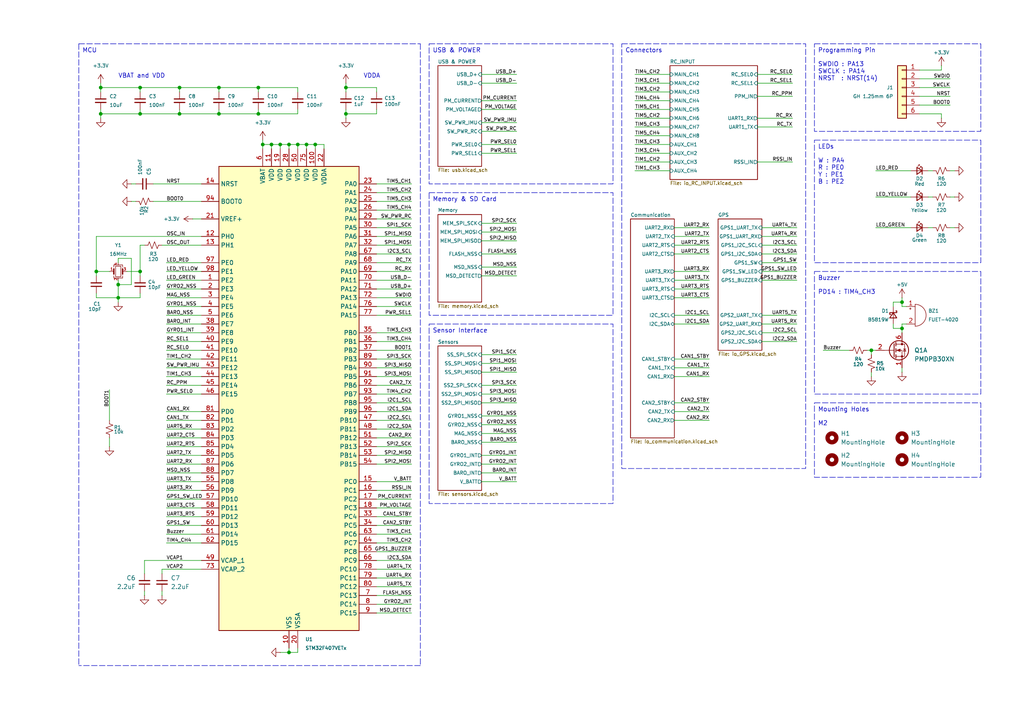
<source format=kicad_sch>
(kicad_sch (version 20250114) (generator "eeschema") (generator_version "9.0")
  (paper "A4")
  (title_block (title "STM32 Flight Controller") (date "2025-04-13") (rev "A") (company "NARAE") (comment 1 "INHA Univ. Areo-modelling Club") (comment 2 "2024 Winter UAV Project ") (comment 3 "Reversion 2"))
  (rectangle (start 124.46 93.98) (end 177.8 146.05) (stroke (width 0) (type dash)))
  (rectangle (start 180.34 12.7) (end 233.68 135.89) (stroke (width 0) (type dash)))
  (rectangle (start 124.46 55.88) (end 177.8 91.44) (stroke (width 0) (type dash)))
  (rectangle (start 236.22 12.7) (end 284.48 38.1) (stroke (width 0) (type dash)))
  (rectangle (start 236.22 116.84) (end 284.48 138.43) (stroke (width 0) (type dash)))
  (rectangle (start 236.22 40.64) (end 284.48 76.2) (stroke (width 0) (type dash)))
  (rectangle (start 236.22 78.74) (end 284.48 114.3) (stroke (width 0) (type dash)))
  (rectangle (start 124.46 12.7) (end 177.8 53.34) (stroke (width 0) (type dash)))
  (text "Connectors" (at 181.356 15.494 0) (effects (font (size 1.27 1.27)) (justify left bottom)))
  (text "PD14 : TIM4_CH3" (at 237.236 84.074 0) (effects (font (size 1.27 1.27)) (justify left top)))
  (text "MCU" (at 23.876 15.494 0) (effects (font (size 1.27 1.27)) (justify left bottom)))
  (text "VDDA" (at 105.41 22.86 0) (effects (font (size 1.27 1.27)) (justify left bottom)))
  (text "Buzzer" (at 237.236 81.534 0) (effects (font (size 1.27 1.27)) (justify left bottom)))
  (text "Sensor Interface" (at 125.476 96.774 0) (effects (font (size 1.27 1.27)) (justify left bottom)))
  (text "M2" (at 237.236 122.174 0) (effects (font (size 1.27 1.27)) (justify left top)))
  (text "LEDs" (at 237.236 43.434 0) (effects (font (size 1.27 1.27)) (justify left bottom)))
  (text "Programming Pin" (at 237.236 15.494 0) (effects (font (size 1.27 1.27)) (justify left bottom)))
  (text "Memory & SD Card" (at 125.476 58.674 0) (effects (font (size 1.27 1.27)) (justify left bottom)))
  (text "USB & POWER" (at 125.476 15.494 0) (effects (font (size 1.27 1.27)) (justify left bottom)))
  (text "W : PA4\nR : PE0\nY : PE1\nB : PE2" (at 237.236 45.974 0) (effects (font (size 1.27 1.27)) (justify left top)))
  (text "SWDIO : PA13\nSWCLK : PA14\nNRST  : NRST(14)" (at 237.236 18.034 0) (effects (font (size 1.27 1.27)) (justify left top)))
  (text "VBAT and VDD" (at 34.29 22.86 0) (effects (font (size 1.27 1.27)) (justify left bottom)))
  (text "Mounting Holes" (at 237.236 119.634 0) (effects (font (size 1.27 1.27)) (justify left bottom)))
  (junction (at 83.82 41.91))
  (junction (at 34.29 86.36))
  (junction (at 86.36 41.91))
  (junction (at 63.5 33.02))
  (junction (at 29.21 25.4))
  (junction (at 52.07 25.4))
  (junction (at 63.5 25.4))
  (junction (at 88.9 41.91))
  (junction (at 40.64 78.74))
  (junction (at 261.62 95.25))
  (junction (at 27.94 78.74))
  (junction (at 83.82 189.23))
  (junction (at 81.28 41.91))
  (junction (at 78.74 41.91))
  (junction (at 100.33 25.4))
  (junction (at 261.62 87.63))
  (junction (at 74.93 25.4))
  (junction (at 40.64 33.02))
  (junction (at 34.29 82.55))
  (junction (at 76.2 41.91))
  (junction (at 29.21 33.02))
  (junction (at 74.93 33.02))
  (junction (at 40.64 25.4))
  (junction (at 100.33 33.02))
  (junction (at 91.44 41.91))
  (junction (at 52.07 33.02))
  (junction (at 252.73 101.6))
  (wire (pts (xy 48.26 139.7) (xy 58.42 139.7)))
  (wire (pts (xy 275.59 27.94) (xy 266.7 27.94)))
  (wire (pts (xy 100.33 33.02) (xy 100.33 34.29)))
  (wire (pts (xy 194.31 24.13) (xy 184.15 24.13)))
  (wire (pts (xy 139.7 116.84) (xy 149.86 116.84)))
  (wire (pts (xy 109.22 139.7) (xy 119.38 139.7)))
  (wire (pts (xy 195.58 93.98) (xy 205.74 93.98)))
  (wire (pts (xy 34.29 74.93) (xy 34.29 76.2)))
  (wire (pts (xy 194.31 34.29) (xy 184.15 34.29)))
  (wire (pts (xy 220.98 71.12) (xy 231.14 71.12)))
  (wire (pts (xy 194.31 31.75) (xy 184.15 31.75)))
  (wire (pts (xy 41.91 171.45) (xy 41.91 172.72)))
  (wire (pts (xy 40.64 31.75) (xy 40.64 33.02)))
  (wire (pts (xy 266.7 30.48) (xy 275.59 30.48)))
  (wire (pts (xy 91.44 41.91) (xy 91.44 43.18)))
  (wire (pts (xy 48.26 154.94) (xy 58.42 154.94)))
  (wire (pts (xy 195.58 104.14) (xy 205.74 104.14)))
  (wire (pts (xy 273.05 19.05) (xy 273.05 20.32)))
  (wire (pts (xy 48.26 106.68) (xy 58.42 106.68)))
  (wire (pts (xy 139.7 80.01) (xy 149.86 80.01)))
  (wire (pts (xy 261.62 93.98) (xy 261.62 95.25)))
  (wire (pts (xy 195.58 106.68) (xy 205.74 106.68)))
  (wire (pts (xy 93.98 43.18) (xy 93.98 41.91)))
  (wire (pts (xy 195.58 119.38) (xy 205.74 119.38)))
  (wire (pts (xy 219.71 27.94) (xy 229.87 27.94)))
  (wire (pts (xy 58.42 96.52) (xy 48.26 96.52)))
  (wire (pts (xy 109.22 154.94) (xy 119.38 154.94)))
  (wire (pts (xy 195.58 91.44) (xy 205.74 91.44)))
  (wire (pts (xy 58.42 119.38) (xy 48.26 119.38)))
  (wire (pts (xy 40.64 85.09) (xy 40.64 86.36)))
  (wire (pts (xy 262.89 88.9) (xy 261.62 88.9)))
  (wire (pts (xy 109.22 76.2) (xy 119.38 76.2)))
  (wire (pts (xy 109.22 162.56) (xy 119.38 162.56)))
  (wire (pts (xy 266.7 33.02) (xy 273.05 33.02)))
  (wire (pts (xy 76.2 41.91) (xy 76.2 43.18)))
  (wire (pts (xy 139.7 69.85) (xy 149.86 69.85)))
  (wire (pts (xy 48.26 149.86) (xy 58.42 149.86)))
  (wire (pts (xy 219.71 24.13) (xy 229.87 24.13)))
  (wire (pts (xy 48.26 157.48) (xy 58.42 157.48)))
  (wire (pts (xy 139.7 139.7) (xy 149.86 139.7)))
  (wire (pts (xy 58.42 104.14) (xy 48.26 104.14)))
  (wire (pts (xy 109.22 91.44) (xy 119.38 91.44)))
  (wire (pts (xy 58.42 114.3) (xy 48.26 114.3)))
  (wire (pts (xy 48.26 101.6) (xy 58.42 101.6)))
  (wire (pts (xy 109.22 165.1) (xy 119.38 165.1)))
  (wire (pts (xy 252.73 101.6) (xy 252.73 102.87)))
  (wire (pts (xy 220.98 76.2) (xy 231.14 76.2)))
  (wire (pts (xy 52.07 25.4) (xy 63.5 25.4)))
  (wire (pts (xy 149.86 35.56) (xy 139.7 35.56)))
  (wire (pts (xy 109.22 149.86) (xy 119.38 149.86)))
  (wire (pts (xy 58.42 111.76) (xy 48.26 111.76)))
  (wire (pts (xy 36.83 78.74) (xy 40.64 78.74)))
  (wire (pts (xy 29.21 26.67) (xy 29.21 25.4)))
  (wire (pts (xy 86.36 31.75) (xy 86.36 33.02)))
  (wire (pts (xy 109.22 129.54) (xy 119.38 129.54)))
  (wire (pts (xy 29.21 24.13) (xy 29.21 25.4)))
  (wire (pts (xy 109.22 63.5) (xy 119.38 63.5)))
  (wire (pts (xy 119.38 160.02) (xy 109.22 160.02)))
  (wire (pts (xy 46.99 71.12) (xy 58.42 71.12)))
  (wire (pts (xy 139.7 73.66) (xy 149.86 73.66)))
  (wire (pts (xy 220.98 81.28) (xy 231.14 81.28)))
  (wire (pts (xy 52.07 33.02) (xy 40.64 33.02)))
  (wire (pts (xy 100.33 25.4) (xy 109.22 25.4)))
  (wire (pts (xy 63.5 25.4) (xy 63.5 26.67)))
  (wire (pts (xy 58.42 83.82) (xy 48.26 83.82)))
  (wire (pts (xy 58.42 88.9) (xy 48.26 88.9)))
  (wire (pts (xy 109.22 132.08) (xy 119.38 132.08)))
  (wire (pts (xy 139.7 31.75) (xy 149.86 31.75)))
  (wire (pts (xy 259.08 87.63) (xy 261.62 87.63)))
  (wire (pts (xy 41.91 162.56) (xy 58.42 162.56)))
  (wire (pts (xy 252.73 107.95) (xy 252.73 109.22)))
  (wire (pts (xy 34.29 81.28) (xy 34.29 82.55)))
  (wire (pts (xy 83.82 41.91) (xy 83.82 43.18)))
  (wire (pts (xy 139.7 137.16) (xy 149.86 137.16)))
  (wire (pts (xy 139.7 107.95) (xy 149.86 107.95)))
  (wire (pts (xy 139.7 128.27) (xy 149.86 128.27)))
  (wire (pts (xy 139.7 24.13) (xy 149.86 24.13)))
  (wire (pts (xy 109.22 177.8) (xy 119.38 177.8)))
  (wire (pts (xy 31.75 127) (xy 31.75 129.54)))
  (wire (pts (xy 220.98 99.06) (xy 231.14 99.06)))
  (wire (pts (xy 139.7 132.08) (xy 149.86 132.08)))
  (wire (pts (xy 109.22 60.96) (xy 119.38 60.96)))
  (wire (pts (xy 34.29 86.36) (xy 40.64 86.36)))
  (wire (pts (xy 261.62 106.68) (xy 261.62 107.95)))
  (wire (pts (xy 275.59 66.04) (xy 276.86 66.04)))
  (wire (pts (xy 109.22 104.14) (xy 119.38 104.14)))
  (wire (pts (xy 109.22 26.67) (xy 109.22 25.4)))
  (wire (pts (xy 205.74 78.74) (xy 195.58 78.74)))
  (wire (pts (xy 109.22 66.04) (xy 119.38 66.04)))
  (wire (pts (xy 149.86 38.1) (xy 139.7 38.1)))
  (wire (pts (xy 81.28 41.91) (xy 81.28 43.18)))
  (wire (pts (xy 88.9 41.91) (xy 86.36 41.91)))
  (wire (pts (xy 139.7 44.45) (xy 149.86 44.45)))
  (wire (pts (xy 259.08 95.25) (xy 261.62 95.25)))
  (wire (pts (xy 34.29 82.55) (xy 34.29 86.36)))
  (wire (pts (xy 109.22 152.4) (xy 119.38 152.4)))
  (wire (pts (xy 139.7 67.31) (xy 149.86 67.31)))
  (wire (pts (xy 139.7 123.19) (xy 149.86 123.19)))
  (wire (pts (xy 40.64 71.12) (xy 40.64 78.74)))
  (wire (pts (xy 48.26 134.62) (xy 58.42 134.62)))
  (wire (pts (xy 86.36 41.91) (xy 86.36 43.18)))
  (wire (pts (xy 205.74 81.28) (xy 195.58 81.28)))
  (wire (pts (xy 27.94 78.74) (xy 27.94 80.01)))
  (wire (pts (xy 83.82 187.96) (xy 83.82 189.23)))
  (wire (pts (xy 40.64 78.74) (xy 40.64 80.01)))
  (wire (pts (xy 139.7 41.91) (xy 149.86 41.91)))
  (wire (pts (xy 48.26 127) (xy 58.42 127)))
  (wire (pts (xy 269.24 49.53) (xy 270.51 49.53)))
  (wire (pts (xy 261.62 86.36) (xy 261.62 87.63)))
  (wire (pts (xy 109.22 83.82) (xy 119.38 83.82)))
  (wire (pts (xy 219.71 34.29) (xy 229.87 34.29)))
  (wire (pts (xy 139.7 134.62) (xy 149.86 134.62)))
  (wire (pts (xy 83.82 41.91) (xy 81.28 41.91)))
  (wire (pts (xy 81.28 189.23) (xy 83.82 189.23)))
  (wire (pts (xy 109.22 106.68) (xy 119.38 106.68)))
  (wire (pts (xy 109.22 71.12) (xy 119.38 71.12)))
  (wire (pts (xy 109.22 86.36) (xy 119.38 86.36)))
  (wire (pts (xy 220.98 78.74) (xy 231.14 78.74)))
  (wire (pts (xy 52.07 31.75) (xy 52.07 33.02)))
  (wire (pts (xy 262.89 93.98) (xy 261.62 93.98)))
  (wire (pts (xy 275.59 57.15) (xy 276.86 57.15)))
  (wire (pts (xy 58.42 99.06) (xy 48.26 99.06)))
  (wire (pts (xy 139.7 120.65) (xy 149.86 120.65)))
  (wire (pts (xy 195.58 116.84) (xy 205.74 116.84)))
  (wire (pts (xy 109.22 81.28) (xy 119.38 81.28)))
  (wire (pts (xy 261.62 95.25) (xy 261.62 96.52)))
  (wire (pts (xy 273.05 33.02) (xy 273.05 34.29)))
  (wire (pts (xy 76.2 40.64) (xy 76.2 41.91)))
  (wire (pts (xy 269.24 57.15) (xy 270.51 57.15)))
  (wire (pts (xy 100.33 31.75) (xy 100.33 33.02)))
  (wire (pts (xy 58.42 124.46) (xy 48.26 124.46)))
  (wire (pts (xy 109.22 170.18) (xy 119.38 170.18)))
  (wire (pts (xy 275.59 25.4) (xy 266.7 25.4)))
  (wire (pts (xy 58.42 165.1) (xy 46.99 165.1)))
  (polyline (pts (xy 22.86 12.7) (xy 121.92 12.7)) (stroke (width 0) (type dash)))
  (wire (pts (xy 219.71 36.83) (xy 229.87 36.83)))
  (wire (pts (xy 220.98 93.98) (xy 231.14 93.98)))
  (wire (pts (xy 194.31 39.37) (xy 184.15 39.37)))
  (wire (pts (xy 34.29 74.93) (xy 38.1 74.93)))
  (wire (pts (xy 27.94 78.74) (xy 31.75 78.74)))
  (wire (pts (xy 63.5 25.4) (xy 74.93 25.4)))
  (wire (pts (xy 100.33 24.13) (xy 100.33 25.4)))
  (wire (pts (xy 139.7 29.21) (xy 149.86 29.21)))
  (wire (pts (xy 58.42 91.44) (xy 48.26 91.44)))
  (wire (pts (xy 58.42 109.22) (xy 48.26 109.22)))
  (wire (pts (xy 205.74 68.58) (xy 195.58 68.58)))
  (wire (pts (xy 58.42 86.36) (xy 48.26 86.36)))
  (wire (pts (xy 139.7 102.87) (xy 149.86 102.87)))
  (wire (pts (xy 38.1 82.55) (xy 34.29 82.55)))
  (wire (pts (xy 219.71 21.59) (xy 229.87 21.59)))
  (wire (pts (xy 109.22 68.58) (xy 119.38 68.58)))
  (wire (pts (xy 40.64 33.02) (xy 29.21 33.02)))
  (wire (pts (xy 139.7 64.77) (xy 149.86 64.77)))
  (wire (pts (xy 109.22 101.6) (xy 119.38 101.6)))
  (wire (pts (xy 254 49.53) (xy 264.16 49.53)))
  (wire (pts (xy 91.44 41.91) (xy 88.9 41.91)))
  (wire (pts (xy 86.36 26.67) (xy 86.36 25.4)))
  (wire (pts (xy 220.98 96.52) (xy 231.14 96.52)))
  (wire (pts (xy 259.08 95.25) (xy 259.08 93.98)))
  (wire (pts (xy 58.42 78.74) (xy 48.26 78.74)))
  (wire (pts (xy 48.26 144.78) (xy 58.42 144.78)))
  (wire (pts (xy 27.94 68.58) (xy 27.94 78.74)))
  (wire (pts (xy 109.22 157.48) (xy 119.38 157.48)))
  (wire (pts (xy 74.93 33.02) (xy 63.5 33.02)))
  (wire (pts (xy 139.7 105.41) (xy 149.86 105.41)))
  (wire (pts (xy 40.64 25.4) (xy 52.07 25.4)))
  (wire (pts (xy 254 66.04) (xy 264.16 66.04)))
  (wire (pts (xy 220.98 68.58) (xy 231.14 68.58)))
  (wire (pts (xy 109.22 172.72) (xy 119.38 172.72)))
  (wire (pts (xy 109.22 124.46) (xy 119.38 124.46)))
  (wire (pts (xy 109.22 96.52) (xy 119.38 96.52)))
  (wire (pts (xy 220.98 91.44) (xy 231.14 91.44)))
  (wire (pts (xy 86.36 41.91) (xy 83.82 41.91)))
  (wire (pts (xy 29.21 25.4) (xy 40.64 25.4)))
  (wire (pts (xy 58.42 76.2) (xy 48.26 76.2)))
  (wire (pts (xy 205.74 86.36) (xy 195.58 86.36)))
  (wire (pts (xy 48.26 129.54) (xy 58.42 129.54)))
  (wire (pts (xy 109.22 99.06) (xy 119.38 99.06)))
  (wire (pts (xy 48.26 152.4) (xy 58.42 152.4)))
  (wire (pts (xy 109.22 175.26) (xy 119.38 175.26)))
  (wire (pts (xy 139.7 77.47) (xy 149.86 77.47)))
  (wire (pts (xy 109.22 78.74) (xy 119.38 78.74)))
  (wire (pts (xy 58.42 93.98) (xy 48.26 93.98)))
  (wire (pts (xy 100.33 25.4) (xy 100.33 26.67)))
  (wire (pts (xy 109.22 55.88) (xy 119.38 55.88)))
  (wire (pts (xy 109.22 142.24) (xy 119.38 142.24)))
  (wire (pts (xy 194.31 26.67) (xy 184.15 26.67)))
  (wire (pts (xy 109.22 111.76) (xy 119.38 111.76)))
  (wire (pts (xy 275.59 22.86) (xy 266.7 22.86)))
  (wire (pts (xy 39.37 58.42) (xy 38.1 58.42)))
  (wire (pts (xy 205.74 83.82) (xy 195.58 83.82)))
  (wire (pts (xy 78.74 41.91) (xy 76.2 41.91)))
  (wire (pts (xy 109.22 88.9) (xy 119.38 88.9)))
  (wire (pts (xy 86.36 187.96) (xy 86.36 189.23)))
  (wire (pts (xy 48.26 142.24) (xy 58.42 142.24)))
  (wire (pts (xy 269.24 66.04) (xy 270.51 66.04)))
  (wire (pts (xy 29.21 33.02) (xy 29.21 31.75)))
  (wire (pts (xy 261.62 87.63) (xy 261.62 88.9)))
  (wire (pts (xy 220.98 66.04) (xy 231.14 66.04)))
  (wire (pts (xy 109.22 31.75) (xy 109.22 33.02)))
  (wire (pts (xy 58.42 137.16) (xy 48.26 137.16)))
  (polyline (pts (xy 121.92 12.7) (xy 121.92 193.04)) (stroke (width 0) (type dash)))
  (wire (pts (xy 58.42 81.28) (xy 48.26 81.28)))
  (wire (pts (xy 48.26 147.32) (xy 58.42 147.32)))
  (wire (pts (xy 205.74 66.04) (xy 195.58 66.04)))
  (wire (pts (xy 109.22 127) (xy 119.38 127)))
  (wire (pts (xy 194.31 44.45) (xy 184.15 44.45)))
  (wire (pts (xy 139.7 111.76) (xy 149.86 111.76)))
  (wire (pts (xy 31.75 113.03) (xy 31.75 121.92)))
  (wire (pts (xy 40.64 25.4) (xy 40.64 26.67)))
  (wire (pts (xy 184.15 29.21) (xy 194.31 29.21)))
  (wire (pts (xy 109.22 121.92) (xy 119.38 121.92)))
  (wire (pts (xy 74.93 25.4) (xy 86.36 25.4)))
  (wire (pts (xy 81.28 41.91) (xy 78.74 41.91)))
  (wire (pts (xy 83.82 189.23) (xy 86.36 189.23)))
  (wire (pts (xy 52.07 25.4) (xy 52.07 26.67)))
  (wire (pts (xy 44.45 58.42) (xy 58.42 58.42)))
  (wire (pts (xy 38.1 74.93) (xy 38.1 82.55)))
  (wire (pts (xy 46.99 165.1) (xy 46.99 166.37)))
  (wire (pts (xy 78.74 41.91) (xy 78.74 43.18)))
  (wire (pts (xy 238.76 101.6) (xy 246.38 101.6)))
  (wire (pts (xy 109.22 147.32) (xy 119.38 147.32)))
  (wire (pts (xy 41.91 166.37) (xy 41.91 162.56)))
  (wire (pts (xy 220.98 73.66) (xy 231.14 73.66)))
  (polyline (pts (xy 121.92 193.04) (xy 22.86 193.04)) (stroke (width 0) (type dash)))
  (wire (pts (xy 194.31 41.91) (xy 184.15 41.91)))
  (wire (pts (xy 205.74 73.66) (xy 195.58 73.66)))
  (wire (pts (xy 74.93 25.4) (xy 74.93 26.67)))
  (wire (pts (xy 109.22 119.38) (xy 119.38 119.38)))
  (wire (pts (xy 251.46 101.6) (xy 252.73 101.6)))
  (wire (pts (xy 109.22 114.3) (xy 119.38 114.3)))
  (wire (pts (xy 100.33 33.02) (xy 109.22 33.02)))
  (wire (pts (xy 27.94 85.09) (xy 27.94 86.36)))
  (wire (pts (xy 48.26 132.08) (xy 58.42 132.08)))
  (wire (pts (xy 27.94 86.36) (xy 34.29 86.36)))
  (wire (pts (xy 29.21 33.02) (xy 29.21 34.29)))
  (wire (pts (xy 109.22 58.42) (xy 119.38 58.42)))
  (wire (pts (xy 252.73 101.6) (xy 254 101.6)))
  (wire (pts (xy 109.22 116.84) (xy 119.38 116.84)))
  (wire (pts (xy 93.98 41.91) (xy 91.44 41.91)))
  (wire (pts (xy 63.5 31.75) (xy 63.5 33.02)))
  (wire (pts (xy 194.31 49.53) (xy 184.15 49.53)))
  (wire (pts (xy 275.59 49.53) (xy 276.86 49.53)))
  (wire (pts (xy 27.94 68.58) (xy 58.42 68.58)))
  (wire (pts (xy 39.37 53.34) (xy 38.1 53.34)))
  (wire (pts (xy 63.5 33.02) (xy 52.07 33.02)))
  (wire (pts (xy 205.74 71.12) (xy 195.58 71.12)))
  (wire (pts (xy 34.29 86.36) (xy 34.29 87.63)))
  (wire (pts (xy 219.71 46.99) (xy 229.87 46.99)))
  (wire (pts (xy 139.7 114.3) (xy 149.86 114.3)))
  (wire (pts (xy 109.22 109.22) (xy 119.38 109.22)))
  (wire (pts (xy 195.58 121.92) (xy 205.74 121.92)))
  (wire (pts (xy 40.64 71.12) (xy 41.91 71.12)))
  (wire (pts (xy 266.7 20.32) (xy 273.05 20.32)))
  (wire (pts (xy 195.58 109.22) (xy 205.74 109.22)))
  (wire (pts (xy 109.22 134.62) (xy 119.38 134.62)))
  (wire (pts (xy 259.08 88.9) (xy 259.08 87.63)))
  (wire (pts (xy 55.88 63.5) (xy 58.42 63.5)))
  (wire (pts (xy 74.93 31.75) (xy 74.93 33.02)))
  (wire (pts (xy 109.22 144.78) (xy 119.38 144.78)))
  (wire (pts (xy 109.22 167.64) (xy 119.38 167.64)))
  (wire (pts (xy 46.99 171.45) (xy 46.99 172.72)))
  (wire (pts (xy 86.36 33.02) (xy 74.93 33.02)))
  (wire (pts (xy 194.31 36.83) (xy 184.15 36.83)))
  (wire (pts (xy 254 57.15) (xy 264.16 57.15)))
  (wire (pts (xy 109.22 53.34) (xy 119.38 53.34)))
  (polyline (pts (xy 22.86 12.7) (xy 22.86 193.04)) (stroke (width 0) (type dash)))
  (wire (pts (xy 194.31 21.59) (xy 184.15 21.59)))
  (wire (pts (xy 139.7 21.59) (xy 149.86 21.59)))
  (wire (pts (xy 194.31 46.99) (xy 184.15 46.99)))
  (wire (pts (xy 58.42 121.92) (xy 48.26 121.92)))
  (wire (pts (xy 44.45 53.34) (xy 58.42 53.34)))
  (wire (pts (xy 139.7 125.73) (xy 149.86 125.73)))
  (wire (pts (xy 109.22 73.66) (xy 119.38 73.66)))
  (wire (pts (xy 88.9 41.91) (xy 88.9 43.18)))
  (label "TIM3_CH3" (at 119.38 96.52 180) (effects (font (size 1 1))))
  (label "SW_PWR_RC" (at 149.86 38.1 180) (effects (font (size 1 1))))
  (label "TIM5_CH2" (at 184.15 34.29 0) (effects (font (size 1 1))))
  (label "CAN1_RX" (at 48.26 119.38 0) (effects (font (size 1 1))))
  (label "TIM1_CH3" (at 48.26 109.22 0) (effects (font (size 1 1))))
  (label "SPI2_SCK" (at 149.86 64.77 180) (effects (font (size 1 1))))
  (label "PM_VOLTAGE" (at 119.38 147.32 180) (effects (font (size 1 1))))
  (label "USB_D-" (at 119.38 81.28 180) (effects (font (size 1 1))))
  (label "UART4_RX" (at 119.38 167.64 180) (effects (font (size 1 1))))
  (label "TIM1_CH2" (at 184.15 46.99 0) (effects (font (size 1 1))))
  (label "SPI2_MISO" (at 119.38 132.08 180) (effects (font (size 1 1))))
  (label "I2C1_SCL" (at 205.74 91.44 180) (effects (font (size 1 1))))
  (label "SW_PWR_RC" (at 119.38 63.5 180) (effects (font (size 1 1))))
  (label "SPI3_MOSI" (at 149.86 114.3 180) (effects (font (size 1 1))))
  (label "FLASH_NSS" (at 119.38 172.72 180) (effects (font (size 1 1))))
  (label "SWDIO" (at 275.59 22.86 180) (effects (font (size 1 1))))
  (label "I2C2_SDA" (at 231.14 99.06 180) (effects (font (size 1 1))))
  (label "SPI3_SCK" (at 149.86 111.76 180) (effects (font (size 1 1))))
  (label "PWR_SEL0" (at 149.86 41.91 180) (effects (font (size 1 1))))
  (label "CAN2_STBY" (at 119.38 152.4 180) (effects (font (size 1 1))))
  (label "VCAP1" (at 48.26 162.56 0) (effects (font (size 1 1))))
  (label "V_BATT" (at 149.86 139.7 180) (effects (font (size 1 1))))
  (label "UART2_TX" (at 48.26 132.08 0) (effects (font (size 1 1))))
  (label "I2C1_SDA" (at 119.38 119.38 180) (effects (font (size 1 1))))
  (label "RC_SEL1" (at 48.26 99.06 0) (effects (font (size 1 1))))
  (label "RC_TX" (at 229.87 36.83 180) (effects (font (size 1 1))))
  (label "I2C3_SDA" (at 231.14 73.66 180) (effects (font (size 1 1))))
  (label "I2C2_SCL" (at 119.38 121.92 180) (effects (font (size 1 1))))
  (label "UART2_TX" (at 205.74 68.58 180) (effects (font (size 1 1))))
  (label "USB_D+" (at 119.38 83.82 180) (effects (font (size 1 1))))
  (label "UART3_TX" (at 205.74 81.28 180) (effects (font (size 1 1))))
  (label "SPI1_MISO" (at 119.38 68.58 180) (effects (font (size 1 1))))
  (label "GYRO2_INT" (at 119.38 175.26 180) (effects (font (size 1 1))))
  (label "TIM4_CH4" (at 184.15 29.21 0) (effects (font (size 1 1))))
  (label "TIM4_CH2" (at 184.15 21.59 0) (effects (font (size 1 1))))
  (label "GYRO1_NSS" (at 48.26 88.9 0) (effects (font (size 1 1))))
  (label "SPI3_SCK" (at 119.38 104.14 180) (effects (font (size 1 1))))
  (label "RC_SEL0" (at 48.26 101.6 0) (effects (font (size 1 1))))
  (label "UART2_RTS" (at 205.74 71.12 180) (effects (font (size 1 1))))
  (label "I2C2_SDA" (at 119.38 124.46 180) (effects (font (size 1 1))))
  (label "CAN2_STBY" (at 205.74 116.84 180) (effects (font (size 1 1))))
  (label "SPI2_MOSI" (at 149.86 67.31 180) (effects (font (size 1 1))))
  (label "LED_YELLOW" (at 254 57.15 0) (effects (font (size 1 1))))
  (label "GYRO1_INT" (at 149.86 132.08 180) (effects (font (size 1 1))))
  (label "PM_CURRENT" (at 149.86 29.21 180) (effects (font (size 1 1))))
  (label "RC_SEL1" (at 229.87 24.13 180) (effects (font (size 1 1))))
  (label "SPI2_MISO" (at 149.86 69.85 180) (effects (font (size 1 1))))
  (label "TIM3_CH4" (at 119.38 99.06 180) (effects (font (size 1 1))))
  (label "UART3_RX" (at 48.26 142.24 0) (effects (font (size 1 1))))
  (label "UART3_RX" (at 205.74 78.74 180) (effects (font (size 1 1))))
  (label "TIM1_CH3" (at 184.15 49.53 0) (effects (font (size 1 1))))
  (label "RSSI_IN" (at 229.87 46.99 180) (effects (font (size 1 1))))
  (label "TIM5_CH3" (at 184.15 36.83 0) (effects (font (size 1 1))))
  (label "PWR_SEL1" (at 119.38 91.44 180) (effects (font (size 1 1))))
  (label "TIM1_CH2" (at 48.26 104.14 0) (effects (font (size 1 1))))
  (label "GPS1_SW" (at 231.14 76.2 180) (effects (font (size 1 1))))
  (label "UART2_RX" (at 48.26 134.62 0) (effects (font (size 1 1))))
  (label "PM_VOLTAGE" (at 149.86 31.75 180) (effects (font (size 1 1))))
  (label "MAG_NSS" (at 48.26 86.36 0) (effects (font (size 1 1))))
  (label "TIM3_CH1" (at 184.15 24.13 0) (effects (font (size 1 1))))
  (label "I2C3_SDA" (at 119.38 162.56 180) (effects (font (size 1 1))))
  (label "LED_RED" (at 254 49.53 0) (effects (font (size 1 1))))
  (label "BOOT1" (at 31.75 113.03 270) (effects (font (size 1 1))))
  (label "SPI3_MOSI" (at 119.38 109.22 180) (effects (font (size 1 1))))
  (label "TIM3_CH2" (at 184.15 26.67 0) (effects (font (size 1 1))))
  (label "GPS1_SW_LED" (at 231.14 78.74 180) (effects (font (size 1 1))))
  (label "BARO_NSS" (at 48.26 91.44 0) (effects (font (size 1 1))))
  (label "UART3_RTS" (at 48.26 149.86 0) (effects (font (size 1 1))))
  (label "UART3_CTS" (at 48.26 147.32 0) (effects (font (size 1 1))))
  (label "BOOT1" (at 119.38 101.6 180) (effects (font (size 1 1))))
  (label "GYRO2_NSS" (at 149.86 123.19 180) (effects (font (size 1 1))))
  (label "RC_RX" (at 229.87 34.29 180) (effects (font (size 1 1))))
  (label "CAN1_STBY" (at 119.38 149.86 180) (effects (font (size 1 1))))
  (label "SPI1_MOSI" (at 149.86 105.41 180) (effects (font (size 1 1))))
  (label "PM_CURRENT" (at 119.38 144.78 180) (effects (font (size 1 1))))
  (label "CAN1_TX" (at 48.26 121.92 0) (effects (font (size 1 1))))
  (label "RC_TX" (at 119.38 76.2 180) (effects (font (size 1 1))))
  (label "SW_PWR_IMU" (at 48.26 106.68 0) (effects (font (size 1 1))))
  (label "OSC_IN" (at 48.26 68.58 0) (effects (font (size 1 1))))
  (label "GPS1_SW_LED" (at 48.26 144.78 0) (effects (font (size 1 1))))
  (label "TIM4_CH2" (at 119.38 114.3 180) (effects (font (size 1 1))))
  (label "UART2_CTS" (at 48.26 127 0) (effects (font (size 1 1))))
  (label "SPI3_MISO" (at 119.38 106.68 180) (effects (font (size 1 1))))
  (label "TIM5_CH2" (at 119.38 55.88 180) (effects (font (size 1 1))))
  (label "Buzzer" (at 48.26 154.94 0) (effects (font (size 1 1))))
  (label "UART4_TX" (at 231.14 66.04 180) (effects (font (size 1 1))))
  (label "SWCLK" (at 119.38 88.9 180) (effects (font (size 1 1))))
  (label "UART3_TX" (at 48.26 139.7 0) (effects (font (size 1 1))))
  (label "TIM3_CH2" (at 119.38 157.48 180) (effects (font (size 1 1))))
  (label "RC_RX" (at 119.38 78.74 180) (effects (font (size 1 1))))
  (label "BARO_NSS" (at 149.86 128.27 180) (effects (font (size 1 1))))
  (label "Buzzer" (at 238.76 101.6 0) (effects (font (size 1 1))))
  (label "SPI1_SCK" (at 119.38 66.04 180) (effects (font (size 1 1))))
  (label "TIM5_CH1" (at 184.15 31.75 0) (effects (font (size 1 1))))
  (label "UART3_RTS" (at 205.74 83.82 180) (effects (font (size 1 1))))
  (label "GYRO2_INT" (at 149.86 134.62 180) (effects (font (size 1 1))))
  (label "FLASH_NSS" (at 149.86 73.66 180) (effects (font (size 1 1))))
  (label "SPI2_SCK" (at 119.38 129.54 180) (effects (font (size 1 1))))
  (label "PWR_SEL0" (at 48.26 114.3 0) (effects (font (size 1 1))))
  (label "UART2_RTS" (at 48.26 129.54 0) (effects (font (size 1 1))))
  (label "V_BATT" (at 119.38 139.7 180) (effects (font (size 1 1))))
  (label "LED_RED" (at 48.26 76.2 0) (effects (font (size 1 1))))
  (label "UART4_RX" (at 231.14 68.58 180) (effects (font (size 1 1))))
  (label "USB_D+" (at 149.86 21.59 180) (effects (font (size 1 1))))
  (label "CAN1_RX" (at 205.74 109.22 180) (effects (font (size 1 1))))
  (label "UART3_CTS" (at 205.74 86.36 180) (effects (font (size 1 1))))
  (label "TIM5_CH3" (at 119.38 58.42 180) (effects (font (size 1 1))))
  (label "SPI2_MOSI" (at 119.38 134.62 180) (effects (font (size 1 1))))
  (label "GYRO1_INT" (at 48.26 96.52 0) (effects (font (size 1 1))))
  (label "CAN2_TX" (at 119.38 111.76 180) (effects (font (size 1 1))))
  (label "RSSI_IN" (at 119.38 142.24 180) (effects (font (size 1 1))))
  (label "BOOT0" (at 275.59 30.48 180) (effects (font (size 1 1))))
  (label "TIM5_CH4" (at 184.15 39.37 0) (effects (font (size 1 1))))
  (label "UART5_TX" (at 119.38 170.18 180) (effects (font (size 1 1))))
  (label "TIM3_CH3" (at 184.15 41.91 0) (effects (font (size 1 1))))
  (label "TIM3_CH4" (at 184.15 44.45 0) (effects (font (size 1 1))))
  (label "BOOT0" (at 48.26 58.42 0) (effects (font (size 1 1))))
  (label "UART5_RX" (at 48.26 124.46 0) (effects (font (size 1 1))))
  (label "GYRO1_NSS" (at 149.86 120.65 180) (effects (font (size 1 1))))
  (label "PWR_SEL1" (at 149.86 44.45 180) (effects (font (size 1 1))))
  (label "USB_D-" (at 149.86 24.13 180) (effects (font (size 1 1))))
  (label "SPI1_MOSI" (at 119.38 71.12 180) (effects (font (size 1 1))))
  (label "GYRO2_NSS" (at 48.26 83.82 0) (effects (font (size 1 1))))
  (label "RC_PPM" (at 229.87 27.94 180) (effects (font (size 1 1))))
  (label "GPS1_BUZZER" (at 119.38 160.02 180) (effects (font (size 1 1))))
  (label "I2C1_SCL" (at 119.38 116.84 180) (effects (font (size 1 1))))
  (label "GPS1_SW" (at 48.26 152.4 0) (effects (font (size 1 1))))
  (label "BARO_INT" (at 149.86 137.16 180) (effects (font (size 1 1))))
  (label "CAN2_RX" (at 119.38 127 180) (effects (font (size 1 1))))
  (label "SW_PWR_IMU" (at 149.86 35.56 180) (effects (font (size 1 1))))
  (label "LED_GREEN" (at 48.26 81.28 0) (effects (font (size 1 1))))
  (label "UART5_RX" (at 231.14 93.98 180) (effects (font (size 1 1))))
  (label "TIM5_CH1" (at 119.38 53.34 180) (effects (font (size 1 1))))
  (label "CAN1_STBY" (at 205.74 104.14 180) (effects (font (size 1 1))))
  (label "SPI1_SCK" (at 149.86 102.87 180) (effects (font (size 1 1))))
  (label "CAN2_TX" (at 205.74 119.38 180) (effects (font (size 1 1))))
  (label "NRST" (at 275.59 27.94 180) (effects (font (size 1 1))))
  (label "LED_GREEN" (at 254 66.04 0) (effects (font (size 1 1))))
  (label "UART4_TX" (at 119.38 165.1 180) (effects (font (size 1 1))))
  (label "SWDIO" (at 119.38 86.36 180) (effects (font (size 1 1))))
  (label "MSD_DETECT" (at 119.38 177.8 180) (effects (font (size 1 1))))
  (label "VCAP2" (at 48.26 165.1 0) (effects (font (size 1 1))))
  (label "UART2_CTS" (at 205.74 73.66 180) (effects (font (size 1 1))))
  (label "RC_SEL0" (at 229.87 21.59 180) (effects (font (size 1 1))))
  (label "MAG_NSS" (at 149.86 125.73 180) (effects (font (size 1 1))))
  (label "SPI1_MISO" (at 149.86 107.95 180) (effects (font (size 1 1))))
  (label "CAN2_RX" (at 205.74 121.92 180) (effects (font (size 1 1))))
  (label "I2C1_SDA" (at 205.74 93.98 180) (effects (font (size 1 1))))
  (label "UART5_TX" (at 231.14 91.44 180) (effects (font (size 1 1))))
  (label "CAN1_TX" (at 205.74 106.68 180) (effects (font (size 1 1))))
  (label "RC_PPM" (at 48.26 111.76 0) (effects (font (size 1 1))))
  (label "LED_YELLOW" (at 48.26 78.74 0) (effects (font (size 1 1))))
  (label "I2C3_SCL" (at 231.14 71.12 180) (effects (font (size 1 1))))
  (label "I2C2_SCL" (at 231.14 96.52 180) (effects (font (size 1 1))))
  (label "MSD_NSS" (at 149.86 77.47 180) (effects (font (size 1 1))))
  (label "SWCLK" (at 275.59 25.4 180) (effects (font (size 1 1))))
  (label "MSD_DETECT" (at 149.86 80.01 180) (effects (font (size 1 1))))
  (label "MSD_NSS" (at 48.26 137.16 0) (effects (font (size 1 1))))
  (label "TIM3_CH1" (at 119.38 154.94 180) (effects (font (size 1 1))))
  (label "SPI3_MISO" (at 149.86 116.84 180) (effects (font (size 1 1))))
  (label "BARO_INT" (at 48.26 93.98 0) (effects (font (size 1 1))))
  (label "UART2_RX" (at 205.74 66.04 180) (effects (font (size 1 1))))
  (label "I2C3_SCL" (at 119.38 73.66 180) (effects (font (size 1 1))))
  (label "TIM5_CH4" (at 119.38 60.96 180) (effects (font (size 1 1))))
  (label "NRST" (at 48.26 53.34 0) (effects (font (size 1 1))))
  (label "OSC_OUT" (at 48.26 71.12 0) (effects (font (size 1 1))))
  (label "GPS1_BUZZER" (at 231.14 81.28 180) (effects (font (size 1 1))))
  (label "TIM4_CH4" (at 48.26 157.48 0) (effects (font (size 1 1))))
  (symbol (lib_id "Device:D_Schottky_Small") (at 259.08 91.44 270) (unit 1)
    (property "Reference" "D1" (at 257.81 90.17 90) (effects (font (size 1 1)) (justify right)))
    (property "Value" "B5819W" (at 257.81 92.71 90) (effects (font (size 1 1)) (justify right)))
    (property "Footprint" "Diode_SMD:D_SOD-323" (effects (hide yes)))
    (property "LCSC" "C22624" (effects (hide yes)))
  )
  (symbol (lib_id "Device:R_Small_US") (at 31.75 124.46 0) (unit 1)
    (property "Reference" "R1" (at 33.02 123.952 0) (effects (font (size 1 1)) (justify left)))
    (property "Value" "10k" (at 33.02 125.222 0) (effects (font (size 1 1)) (justify left)))
    (property "Footprint" "Resistor_SMD:R_0402_1005Metric" (effects (hide yes)))
    (property "Description" "Resistor, small US symbol" (effects (hide yes)))
    (property "LCSC" "C25531" (effects (hide yes)))
  )
  (symbol (lib_id "power:GND") (at 34.29 87.63 0) (unit 1)
    (property "Reference" "#PWR04" (effects (hide yes)))
    (property "Value" "GND" (effects (hide yes)))
    (property "Description" "Power symbol creates a global label with name \"GND\" , ground" (effects (hide yes)))
  )
  (symbol (lib_id "power:+3.3V") (at 55.88 63.5 90) (unit 1)
    (property "Reference" "#PWR09" (effects (hide yes)))
    (property "Value" "+3.3V" (at 52.07 63.4999 90) (effects (font (size 1 1)) (justify left)))
    (property "Description" "Power symbol creates a global label with name \"+3.3V\"" (effects (hide yes)))
  )
  (symbol (lib_id "Device:C_Small") (at 41.91 168.91 0) (mirror x) (unit 1)
    (property "Reference" "C6" (at 39.37 167.6335 0) (effects (justify right)))
    (property "Value" "2.2uF" (at 39.37 170.1735 0) (effects (justify right)))
    (property "Footprint" "Capacitor_SMD:C_0402_1005Metric" (effects (hide yes)))
    (property "LCSC" "C170151" (effects (hide yes)))
  )
  (symbol (lib_name "GND_9") (lib_id "power:GND") (at 276.86 66.04 90) (mirror x) (unit 1)
    (property "Reference" "#PWR021" (effects (hide yes)))
    (property "Value" "GND" (effects (hide yes)))
    (property "Description" "Power symbol creates a global label with name \"GND\" , ground" (effects (hide yes)))
  )
  (symbol (lib_name "GND_7") (lib_id "power:GND") (at 276.86 57.15 90) (mirror x) (unit 1)
    (property "Reference" "#PWR020" (effects (hide yes)))
    (property "Value" "GND" (effects (hide yes)))
    (property "Description" "Power symbol creates a global label with name \"GND\" , ground" (effects (hide yes)))
  )
  (symbol (lib_id "power:GND") (at 81.28 189.23 270) (unit 1)
    (property "Reference" "#PWR011" (effects (hide yes)))
    (property "Value" "GND" (effects (hide yes)))
    (property "Description" "Power symbol creates a global label with name \"GND\" , ground" (effects (hide yes)))
  )
  (symbol (lib_name "GND_5") (lib_id "power:GND") (at 276.86 49.53 90) (mirror x) (unit 1)
    (property "Reference" "#PWR019" (effects (hide yes)))
    (property "Value" "GND" (effects (hide yes)))
    (property "Description" "Power symbol creates a global label with name \"GND\" , ground" (effects (hide yes)))
  )
  (symbol (lib_name "MountingHole_1") (lib_id "Mechanical:MountingHole") (at 261.62 127 0) (unit 1) (in_bom no)
    (property "Reference" "H3" (at 264.16 125.7299 0) (effects (justify left)))
    (property "Value" "MountingHole" (at 264.16 128.2699 0) (effects (justify left)))
    (property "Footprint" "Hole:MountingHole_2.2mm_M2" (effects (hide yes)))
  )
  (symbol (lib_id "Device:C_Small") (at 41.91 53.34 270) (mirror x) (unit 1)
    (property "Reference" "C5" (at 43.1738 50.8 0) (effects (font (size 1 1)) (justify left)))
    (property "Value" "100nF" (at 40.6338 50.8 0) (effects (font (size 1 1)) (justify left)))
    (property "Footprint" "Capacitor_SMD:C_0402_1005Metric" (effects (hide yes)))
    (property "LCSC" "C1525" (effects (hide yes)))
  )
  (symbol (lib_id "Device:R_Small_US") (at 41.91 58.42 270) (mirror x) (unit 1)
    (property "Reference" "R2" (at 42.418 59.69 0) (effects (font (size 1 1)) (justify right)))
    (property "Value" "10k" (at 41.148 59.69 0) (effects (font (size 1 1)) (justify right)))
    (property "Footprint" "Resistor_SMD:R_0402_1005Metric" (effects (hide yes)))
    (property "Description" "Resistor, small US symbol" (effects (hide yes)))
    (property "LCSC" "C25531" (effects (hide yes)))
  )
  (symbol (lib_id "Device:R_Small_US") (at 273.05 57.15 90) (mirror x) (unit 1)
    (property "Reference" "R7" (at 273.05 59.436 90) (effects (font (size 1 1))))
    (property "Value" "120" (at 273.05 60.96 90) (effects (font (size 1 1))))
    (property "Footprint" "Resistor_SMD:R_0402_1005Metric" (effects (hide yes)))
    (property "Description" "Resistor, small US symbol" (effects (hide yes)))
    (property "LCSC" " C25079" (effects (hide yes)))
  )
  (symbol (lib_id "power:GND") (at 46.99 172.72 0) (unit 1)
    (property "Reference" "#PWR08" (effects (hide yes)))
    (property "Value" "GND" (effects (hide yes)))
    (property "Description" "Power symbol creates a global label with name \"GND\" , ground" (effects (hide yes)))
  )
  (symbol (lib_id "power:+3.3V") (at 76.2 40.64 0) (unit 1)
    (property "Reference" "#PWR010" (effects (hide yes)))
    (property "Value" "+3.3V" (at 76.2 35.56 0) (effects (font (size 1 1))))
    (property "Description" "Power symbol creates a global label with name \"+3.3V\"" (effects (hide yes)))
  )
  (symbol (lib_name "MountingHole_2") (lib_id "Mechanical:MountingHole") (at 261.62 133.35 0) (unit 1) (in_bom no)
    (property "Reference" "H4" (at 264.16 132.0799 0) (effects (justify left)))
    (property "Value" "MountingHole" (at 264.16 134.6199 0) (effects (justify left)))
    (property "Footprint" "Hole:MountingHole_2.2mm_M2" (effects (hide yes)))
  )
  (symbol (lib_name "GND_13") (lib_id "power:GND") (at 261.62 107.95 0) (unit 1)
    (property "Reference" "#PWR016" (effects (hide yes)))
    (property "Value" "GND" (effects (hide yes)))
    (property "Description" "Power symbol creates a global label with name \"GND\" , ground" (effects (hide yes)))
  )
  (symbol (lib_id "Device:C_Small") (at 29.21 29.21 0) (unit 1)
    (property "Reference" "C2" (at 31.75 27.9462 0) (effects (font (size 1 1)) (justify left)))
    (property "Value" "10uF" (at 31.75 30.4862 0) (effects (font (size 1 1)) (justify left)))
    (property "Footprint" "Capacitor_SMD:C_0402_1005Metric" (effects (hide yes)))
    (property "LCSC" "C307415" (effects (hide yes)))
  )
  (symbol (lib_name "LED_Small_1") (lib_id "Device:LED_Small") (at 266.7 57.15 0) (mirror y) (unit 1)
    (property "Reference" "D3" (at 266.7 59.436 0) (effects (font (size 1 1))))
    (property "Value" "Yellow" (at 266.7 60.96 0) (effects (font (size 1 1))))
    (property "Footprint" "LED_SMD:LED_0402_1005Metric" (effects (hide yes)))
    (property "LCSC" "C130721" (effects (hide yes)))
  )
  (symbol (lib_id "Device:C_Small") (at 100.33 29.21 0) (unit 1)
    (property "Reference" "C12" (at 102.616 28.448 0) (effects (font (size 1 1)) (justify left)))
    (property "Value" "1uF" (at 102.616 30.226 0) (effects (font (size 1 1)) (justify left)))
    (property "Footprint" "Capacitor_SMD:C_0402_1005Metric" (effects (hide yes)))
    (property "LCSC" "C14445" (effects (hide yes)))
  )
  (symbol (lib_id "Device:R_Small_US") (at 273.05 66.04 90) (mirror x) (unit 1)
    (property "Reference" "R8" (at 273.05 68.326 90) (effects (font (size 1 1))))
    (property "Value" "120" (at 273.05 69.85 90) (effects (font (size 1 1))))
    (property "Footprint" "Resistor_SMD:R_0402_1005Metric" (effects (hide yes)))
    (property "Description" "Resistor, small US symbol" (effects (hide yes)))
    (property "LCSC" " C25079" (effects (hide yes)))
  )
  (symbol (lib_id "Device:C_Small") (at 40.64 82.55 0) (unit 1)
    (property "Reference" "C4" (at 42.926 81.788 0) (effects (font (size 1 1)) (justify left)))
    (property "Value" "10pF" (at 42.926 83.312 0) (effects (font (size 1 1)) (justify left)))
    (property "Footprint" "Capacitor_SMD:C_0402_1005Metric" (effects (hide yes)))
    (property "LCSC" "C1545" (effects (hide yes)))
  )
  (symbol (lib_id "Device:R_Small_US") (at 273.05 49.53 90) (mirror x) (unit 1)
    (property "Reference" "R6" (at 273.05 51.816 90) (effects (font (size 1 1))))
    (property "Value" "120" (at 273.05 53.34 90) (effects (font (size 1 1))))
    (property "Footprint" "Resistor_SMD:R_0402_1005Metric" (effects (hide yes)))
    (property "Description" "Resistor, small US symbol" (effects (hide yes)))
    (property "LCSC" " C25079" (effects (hide yes)))
  )
  (symbol (lib_id "power:+5V") (at 261.62 86.36 0) (unit 1)
    (property "Reference" "#PWR015" (effects (hide yes)))
    (property "Value" "+5V" (at 261.62 82.55 0) (effects (font (size 1 1))))
    (property "Description" "Power symbol creates a global label with name \"+5V\"" (effects (hide yes)))
  )
  (symbol (lib_id "power:GND") (at 100.33 34.29 0) (unit 1)
    (property "Reference" "#PWR013" (effects (hide yes)))
    (property "Value" "GND" (effects (hide yes)))
    (property "Description" "Power symbol creates a global label with name \"GND\" , ground" (effects (hide yes)))
  )
  (symbol (lib_id "Device:R_Small_US") (at 44.45 71.12 90) (unit 1)
    (property "Reference" "R3" (at 44.45 73.66 90) (effects (font (size 1 1))))
    (property "Value" "120" (at 44.45 75.184 90) (effects (font (size 1 1))))
    (property "Footprint" "Resistor_SMD:R_0402_1005Metric" (effects (hide yes)))
    (property "Description" "Resistor, small US symbol" (effects (hide yes)))
    (property "LCSC" " C25079" (effects (hide yes)))
  )
  (symbol (lib_id "power:+3.3V") (at 100.33 24.13 0) (unit 1)
    (property "Reference" "#PWR012" (effects (hide yes)))
    (property "Value" "+3.3V" (at 100.33 19.05 0) (effects (font (size 1 1))))
    (property "Description" "Power symbol creates a global label with name \"+3.3V\"" (effects (hide yes)))
  )
  (symbol (lib_id "Device:C_Small") (at 40.64 29.21 0) (unit 1)
    (property "Reference" "C3" (at 43.18 27.9462 0) (effects (font (size 1 1)) (justify left)))
    (property "Value" "100nF" (at 43.18 30.4862 0) (effects (font (size 1 1)) (justify left)))
    (property "Footprint" "Capacitor_SMD:C_0402_1005Metric" (effects (hide yes)))
    (property "LCSC" "C1525" (effects (hide yes)))
  )
  (symbol (lib_id "Device:R_Small_US") (at 248.92 101.6 90) (unit 1)
    (property "Reference" "R4" (at 248.92 104.14 90) (effects (font (size 1 1))))
    (property "Value" "120" (at 248.92 105.664 90) (effects (font (size 1 1))))
    (property "Footprint" "Resistor_SMD:R_0402_1005Metric" (effects (hide yes)))
    (property "Description" "Resistor, small US symbol" (effects (hide yes)))
    (property "LCSC" " C25079" (effects (hide yes)))
  )
  (symbol (lib_id "Device:C_Small") (at 46.99 168.91 0) (unit 1)
    (property "Reference" "C7" (at 49.53 167.6462 0) (effects (justify left)))
    (property "Value" "2.2uF" (at 49.53 170.1862 0) (effects (justify left)))
    (property "Footprint" "Capacitor_SMD:C_0402_1005Metric" (effects (hide yes)))
    (property "LCSC" "C170151" (effects (hide yes)))
  )
  (symbol (lib_id "power:GND") (at 29.21 34.29 0) (unit 1)
    (property "Reference" "#PWR02" (effects (hide yes)))
    (property "Value" "GND" (effects (hide yes)))
    (property "Description" "Power symbol creates a global label with name \"GND\" , ground" (effects (hide yes)))
  )
  (symbol (lib_id "Device:C_Small") (at 63.5 29.21 0) (unit 1)
    (property "Reference" "C9" (at 66.04 27.9462 0) (effects (font (size 1 1)) (justify left)))
    (property "Value" "100nF" (at 66.04 30.4862 0) (effects (font (size 1 1)) (justify left)))
    (property "Footprint" "Capacitor_SMD:C_0402_1005Metric" (effects (hide yes)))
    (property "LCSC" "C1525" (effects (hide yes)))
  )
  (symbol (lib_id "Device:C_Small") (at 52.07 29.21 0) (unit 1)
    (property "Reference" "C8" (at 54.61 27.9462 0) (effects (font (size 1 1)) (justify left)))
    (property "Value" "100nF" (at 54.61 30.4862 0) (effects (font (size 1 1)) (justify left)))
    (property "Footprint" "Capacitor_SMD:C_0402_1005Metric" (effects (hide yes)))
    (property "LCSC" "C1525" (effects (hide yes)))
  )
  (symbol (lib_id "Device:Crystal_GND24_Small") (at 34.29 78.74 0) (unit 1)
    (property "Reference" "Y1" (at 34.29 71.12 0) (effects (font (size 1 1))))
    (property "Value" "16MHz" (at 34.29 73.66 0) (effects (font (size 1 1))))
    (property "Footprint" "Crystal:Crystal_SMD_Abracon_ABM8G-4Pin_3.2x2.5mm" (effects (hide yes)))
    (property "LCSC" "C1985423" (effects (hide yes)))
  )
  (symbol (lib_id "power:GND") (at 41.91 172.72 0) (unit 1)
    (property "Reference" "#PWR07" (effects (hide yes)))
    (property "Value" "GND" (effects (hide yes)))
    (property "Description" "Power symbol creates a global label with name \"GND\" , ground" (effects (hide yes)))
  )
  (symbol (lib_id "power:GND") (at 38.1 58.42 270) (unit 1)
    (property "Reference" "#PWR06" (effects (hide yes)))
    (property "Value" "GND" (effects (hide yes)))
    (property "Description" "Power symbol creates a global label with name \"GND\" , ground" (effects (hide yes)))
  )
  (symbol (lib_id "Device:LED_Small") (at 266.7 49.53 0) (mirror y) (unit 1)
    (property "Reference" "D2" (at 266.7 51.816 0) (effects (font (size 1 1))))
    (property "Value" "Red" (at 266.7 53.34 0) (effects (font (size 1 1))))
    (property "Footprint" "LED_SMD:LED_0402_1005Metric" (effects (hide yes)))
    (property "LCSC" "C130719" (effects (hide yes)))
  )
  (symbol (lib_id "Device:C_Small") (at 109.22 29.21 0) (unit 1)
    (property "Reference" "C13" (at 111.506 28.448 0) (effects (font (size 1 1)) (justify left)))
    (property "Value" "100nF" (at 111.506 30.226 0) (effects (font (size 1 1)) (justify left)))
    (property "Footprint" "Capacitor_SMD:C_0402_1005Metric" (effects (hide yes)))
    (property "LCSC" "C1525" (effects (hide yes)))
  )
  (symbol (lib_id "Device:C_Small") (at 74.93 29.21 0) (unit 1)
    (property "Reference" "C10" (at 77.47 27.9462 0) (effects (font (size 1 1)) (justify left)))
    (property "Value" "100nF" (at 77.47 30.4862 0) (effects (font (size 1 1)) (justify left)))
    (property "Footprint" "Capacitor_SMD:C_0402_1005Metric" (effects (hide yes)))
    (property "LCSC" "C1525" (effects (hide yes)))
  )
  (symbol (lib_id "Nexperia_PMD:PMDPB30XN") (at 259.08 101.6 0) (unit 1)
    (property "Reference" "Q1" (at 265.176 101.6 0) (effects (justify left)))
    (property "Value" "PMDPB30XN" (at 265.176 104.14 0) (effects (justify left)))
    (property "Footprint" "Nexperia_SOT1118:Nexperia_SOT1118" (effects (hide yes)))
    (property "Description" "Dual NMOS transistor, 6 pin package" (effects (hide yes)))
    (property "LCSC" "C478009" (effects (hide yes)))
  )
  (symbol (lib_name "GND_13") (lib_id "power:GND") (at 252.73 109.22 0) (unit 1)
    (property "Reference" "#PWR014" (effects (hide yes)))
    (property "Value" "GND" (effects (hide yes)))
    (property "Description" "Power symbol creates a global label with name \"GND\" , ground" (effects (hide yes)))
  )
  (symbol (lib_id "power:GND") (at 31.75 129.54 0) (unit 1)
    (property "Reference" "#PWR03" (effects (hide yes)))
    (property "Value" "GND" (effects (hide yes)))
    (property "Description" "Power symbol creates a global label with name \"GND\" , ground" (effects (hide yes)))
  )
  (symbol (lib_id "Device:Buzzer") (at 265.43 91.44 0) (unit 1)
    (property "Reference" "BZ1" (at 269.24 90.1699 0) (effects (font (size 1 1)) (justify left)))
    (property "Value" "FUET-4020" (at 269.24 92.7099 0) (effects (font (size 1 1)) (justify left)))
    (property "Footprint" "FUET-4020:FUET-4020" (effects (hide yes)))
    (property "LCSC" "C391027" (effects (hide yes)))
  )
  (symbol (lib_id "Device:R_Small_US") (at 252.73 105.41 0) (mirror y) (unit 1)
    (property "Reference" "R5" (at 255.27 105.41 0) (effects (font (size 1 1))))
    (property "Value" "10k" (at 255.27 106.934 0) (effects (font (size 1 1))))
    (property "Footprint" "Resistor_SMD:R_0402_1005Metric" (effects (hide yes)))
    (property "Description" "Resistor, small US symbol" (effects (hide yes)))
    (property "LCSC" "C25531" (effects (hide yes)))
  )
  (symbol (lib_name "MountingHole_3") (lib_id "Mechanical:MountingHole") (at 241.3 133.35 0) (unit 1) (in_bom no)
    (property "Reference" "H2" (at 243.84 132.0799 0) (effects (justify left)))
    (property "Value" "MountingHole" (at 243.84 134.6199 0) (effects (justify left)))
    (property "Footprint" "Hole:MountingHole_2.2mm_M2" (effects (hide yes)))
  )
  (symbol (lib_id "Connector_Generic:Conn_01x06") (at 261.62 25.4 0) (mirror y) (unit 1)
    (property "Reference" "J1" (at 259.08 25.4 0) (effects (font (size 1 1)) (justify left)))
    (property "Value" "GH 1.25mm 6P" (at 259.08 27.94 0) (effects (font (size 1 1)) (justify left)))
    (property "Footprint" "JST_GH:JST_GH_SM06B-GHS-TB_06x1.25mm_Angled" (effects (hide yes)))
    (property "Description" "Generic connector, single row, 01x06, script generated (kicad-library-utils/schlib/autogen/connector/)" (effects (hide yes)))
    (property "LCSC" "C133065" (effects (hide yes)))
  )
  (symbol (lib_name "+3.3V_1") (lib_id "power:+3.3V") (at 273.05 19.05 0) (unit 1)
    (property "Reference" "#PWR017" (effects (hide yes)))
    (property "Value" "+3.3V" (at 273.05 15.24 0) (effects (font (size 1 1))))
    (property "Description" "Power symbol creates a global label with name \"+3.3V\"" (effects (hide yes)))
  )
  (symbol (lib_name "GND_14") (lib_id "power:GND") (at 273.05 34.29 0) (unit 1)
    (property "Reference" "#PWR018" (effects (hide yes)))
    (property "Value" "GND" (effects (hide yes)))
    (property "Description" "Power symbol creates a global label with name \"GND\" , ground" (effects (hide yes)))
  )
  (symbol (lib_name "LED_Small_2") (lib_id "Device:LED_Small") (at 266.7 66.04 0) (mirror y) (unit 1)
    (property "Reference" "D4" (at 266.7 68.326 0) (effects (font (size 1 1))))
    (property "Value" "Green" (at 266.7 69.596 0) (effects (font (size 1 1))))
    (property "Footprint" "LED_SMD:LED_0402_1005Metric" (effects (hide yes)))
    (property "LCSC" "C130722" (effects (hide yes)))
  )
  (symbol (lib_id "power:GND") (at 38.1 53.34 270) (unit 1)
    (property "Reference" "#PWR05" (effects (hide yes)))
    (property "Value" "GND" (effects (hide yes)))
    (property "Description" "Power symbol creates a global label with name \"GND\" , ground" (effects (hide yes)))
  )
  (symbol (lib_id "Device:C_Small") (at 86.36 29.21 0) (unit 1)
    (property "Reference" "C11" (at 88.9 27.9462 0) (effects (font (size 1 1)) (justify left)))
    (property "Value" "100nF" (at 88.9 30.4862 0) (effects (font (size 1 1)) (justify left)))
    (property "Footprint" "Capacitor_SMD:C_0402_1005Metric" (effects (hide yes)))
    (property "LCSC" "C1525" (effects (hide yes)))
  )
  (symbol (lib_name "MountingHole_1") (lib_id "Mechanical:MountingHole") (at 241.3 127 0) (unit 1) (in_bom no)
    (property "Reference" "H1" (at 243.84 125.7299 0) (effects (justify left)))
    (property "Value" "MountingHole" (at 243.84 128.2699 0) (effects (justify left)))
    (property "Footprint" "Hole:MountingHole_2.2mm_M2" (effects (hide yes)))
  )
  (symbol (lib_id "MCU_ST_STM32F4:STM32F407VETx") (at 83.82 116.84 0) (unit 1)
    (property "Reference" "U1" (at 88.5541 185.42 0) (effects (font (size 1 1)) (justify left)))
    (property "Value" "STM32F407VETx" (at 88.5541 187.96 0) (effects (font (size 1 1)) (justify left)))
    (property "Footprint" "Package_QFP:LQFP-100_14x14mm_P0.5mm" (effects (hide yes)))
    (property "Datasheet" "https://www.st.com/resource/en/datasheet/stm32f407ve.pdf" (effects (hide yes)))
    (property "Description" "STMicroelectronics Arm Cortex-M4 MCU, 512KB flash, 192KB RAM, 168 MHz, 1.8-3.6V, 82 GPIO, LQFP100" (effects (hide yes)))
    (property "LCSC" "C28730" (effects (hide yes)))
  )
  (symbol (lib_id "Device:C_Small") (at 27.94 82.55 0) (mirror x) (unit 1)
    (property "Reference" "C1" (at 29.21 88.138 0) (effects (font (size 1 1)) (justify right)))
    (property "Value" "10pF" (at 29.464 89.662 0) (effects (font (size 1 1)) (justify right)))
    (property "Footprint" "Capacitor_SMD:C_0402_1005Metric" (effects (hide yes)))
    (property "LCSC" "C1545" (effects (hide yes)))
  )
  (symbol (lib_id "power:+3.3V") (at 29.21 24.13 0) (unit 1)
    (property "Reference" "#PWR01" (effects (hide yes)))
    (property "Value" "+3.3V" (at 29.21 19.05 0) (effects (font (size 1 1))))
    (property "Description" "Power symbol creates a global label with name \"+3.3V\"" (effects (hide yes)))
  )
  (sheet (at 208.28 63.5) (size 12.7 38.1) (stroke (width 0.1524))
    (property "Sheetname" "GPS" (at 208.28 62.9234 0) (effects (font (size 1 1)) (justify left bottom)))
    (property "Sheetfile" "io_GPS.kicad_sch" (at 208.28 102.0766 0) (effects (font (size 1 1)) (justify left top)))
    (pin "GPS1_I2C_SDA" bidirectional (at 220.98 73.66 0) (effects (font (size 1 1))))
    (pin "GPS1_UART_TX" input (at 220.98 66.04 0) (effects (font (size 1 1))))
    (pin "GPS1_I2C_SCL" input (at 220.98 71.12 0) (effects (font (size 1 1))))
    (pin "GPS1_UART_RX" output (at 220.98 68.58 0) (effects (font (size 1 1))))
    (pin "GPS2_I2C_SDA" bidirectional (at 220.98 99.06 0) (effects (font (size 1 1))))
    (pin "GPS2_I2C_SCL" input (at 220.98 96.52 0) (effects (font (size 1 1))))
    (pin "GPS2_UART_TX" input (at 220.98 91.44 0) (effects (font (size 1 1))))
    (pin "GPS2_UART_RX" output (at 220.98 93.98 0) (effects (font (size 1 1))))
    (pin "GPS1_SW" input (at 220.98 76.2 0) (effects (font (size 1 1))))
    (pin "GPS1_SW_LED" input (at 220.98 78.74 0) (effects (font (size 1 1))))
    (pin "GPS1_BUZZER" input (at 220.98 81.28 0) (effects (font (size 1 1))))
  )
  (sheet (at 127 100.33) (size 12.7 41.91) (stroke (width 0.1524))
    (property "Sheetname" "Sensors" (at 127 99.7534 0) (effects (font (size 1 1)) (justify left bottom)))
    (property "Sheetfile" "sensors.kicad_sch" (at 127 142.7166 0) (effects (font (size 1 1)) (justify left top)))
    (pin "MAG_NSS" input (at 139.7 125.73 0) (effects (font (size 1 1))))
    (pin "SS_SPI_MOSI" input (at 139.7 105.41 0) (effects (font (size 1 1))))
    (pin "SS_SPI_MISO" output (at 139.7 107.95 0) (effects (font (size 1 1))))
    (pin "SS_SPI_SCK" input (at 139.7 102.87 0) (effects (font (size 1 1))))
    (pin "BARO_NSS" input (at 139.7 128.27 0) (effects (font (size 1 1))))
    (pin "V_BATT" output (at 139.7 139.7 0) (effects (font (size 1 1))))
    (pin "SS2_SPI_MOSI" input (at 139.7 114.3 0) (effects (font (size 1 1))))
    (pin "SS2_SPI_SCK" input (at 139.7 111.76 0) (effects (font (size 1 1))))
    (pin "SS2_SPI_MISO" output (at 139.7 116.84 0) (effects (font (size 1 1))))
    (pin "GYRO2_NSS" input (at 139.7 123.19 0) (effects (font (size 1 1))))
    (pin "GYRO1_NSS" input (at 139.7 120.65 0) (effects (font (size 1 1))))
    (pin "BARO_INT" output (at 139.7 137.16 0) (effects (font (size 1 1))))
    (pin "GYRO2_INT" output (at 139.7 134.62 0) (effects (font (size 1 1))))
    (pin "GYRO1_INT" output (at 139.7 132.08 0) (effects (font (size 1 1))))
  )
  (sheet (at 127 62.23) (size 12.7 25.4) (stroke (width 0.1524))
    (property "Sheetname" "Memory" (at 127 61.5184 0) (effects (font (size 1 1)) (justify left bottom)))
    (property "Sheetfile" "memory.kicad_sch" (at 127 88.2146 0) (effects (font (size 1 1)) (justify left top)))
    (pin "MEM_SPI_SCK" input (at 139.7 64.77 0) (effects (font (size 1 1))))
    (pin "MEM_SPI_MOSI" input (at 139.7 67.31 0) (effects (font (size 1 1))))
    (pin "MEM_SPI_MISO" output (at 139.7 69.85 0) (effects (font (size 1 1))))
    (pin "FLASH_NSS" input (at 139.7 73.66 0) (effects (font (size 1 1))))
    (pin "MSD_NSS" input (at 139.7 77.47 0) (effects (font (size 1 1))))
    (pin "MSD_DETECT" output (at 139.7 80.01 0) (effects (font (size 1 1))))
  )
  (sheet (at 194.31 19.05) (size 25.4 33.02) (stroke (width 0.1524))
    (property "Sheetname" "RC_INPUT" (at 194.31 18.4734 0) (effects (font (size 1 1)) (justify left bottom)))
    (property "Sheetfile" "io_RC_INPUT.kicad_sch" (at 194.31 52.5466 0) (effects (font (size 1 1)) (justify left top)))
    (pin "UART1_RX" output (at 219.71 34.29 0) (effects (font (size 1 1))))
    (pin "RSSI_IN" output (at 219.71 46.99 0) (effects (font (size 1 1))))
    (pin "PPM_IN" output (at 219.71 27.94 0) (effects (font (size 1 1))))
    (pin "UART1_TX" input (at 219.71 36.83 0) (effects (font (size 1 1))))
    (pin "MAIN_CH7" input (at 194.31 36.83 180) (effects (font (size 1 1))))
    (pin "MAIN_CH8" input (at 194.31 39.37 180) (effects (font (size 1 1))))
    (pin "MAIN_CH6" input (at 194.31 34.29 180) (effects (font (size 1 1))))
    (pin "MAIN_CH3" input (at 194.31 26.67 180) (effects (font (size 1 1))))
    (pin "MAIN_CH2" input (at 194.31 24.13 180) (effects (font (size 1 1))))
    (pin "MAIN_CH4" input (at 194.31 29.21 180) (effects (font (size 1 1))))
    (pin "MAIN_CH5" input (at 194.31 31.75 180) (effects (font (size 1 1))))
    (pin "MAIN_CH1" input (at 194.31 21.59 180) (effects (font (size 1 1))))
    (pin "AUX_CH2" input (at 194.31 44.45 180) (effects (font (size 1 1))))
    (pin "AUX_CH3" input (at 194.31 46.99 180) (effects (font (size 1 1))))
    (pin "AUX_CH1" input (at 194.31 41.91 180) (effects (font (size 1 1))))
    (pin "AUX_CH4" input (at 194.31 49.53 180) (effects (font (size 1 1))))
    (pin "RC_SEL0" input (at 219.71 21.59 0) (effects (font (size 1 1))))
    (pin "RC_SEL1" input (at 219.71 24.13 0) (effects (font (size 1 1))))
  )
  (sheet (at 182.88 63.5) (size 12.7 63.5) (stroke (width 0.1524))
    (property "Sheetname" "Communication" (at 182.88 62.9234 0) (effects (font (size 1 1)) (justify left bottom)))
    (property "Sheetfile" "io_communication.kicad_sch" (at 182.88 127.4766 0) (effects (font (size 1 1)) (justify left top)))
    (pin "UART3_CTS" output (at 195.58 86.36 0) (effects (font (size 1 1))))
    (pin "UART3_RTS" input (at 195.58 83.82 0) (effects (font (size 1 1))))
    (pin "UART3_RX" output (at 195.58 78.74 0) (effects (font (size 1 1))))
    (pin "UART3_TX" input (at 195.58 81.28 0) (effects (font (size 1 1))))
    (pin "I2C_SCL" input (at 195.58 91.44 0) (effects (font (size 1 1))))
    (pin "I2C_SDA" bidirectional (at 195.58 93.98 0) (effects (font (size 1 1))))
    (pin "UART2_RTS" input (at 195.58 71.12 0) (effects (font (size 1 1))))
    (pin "UART2_CTS" output (at 195.58 73.66 0) (effects (font (size 1 1))))
    (pin "UART2_RX" output (at 195.58 66.04 0) (effects (font (size 1 1))))
    (pin "CAN1_STBY" input (at 195.58 104.14 0) (effects (font (size 1 1))))
    (pin "UART2_TX" input (at 195.58 68.58 0) (effects (font (size 1 1))))
    (pin "CAN1_RX" output (at 195.58 109.22 0) (effects (font (size 1 1))))
    (pin "CAN1_TX" input (at 195.58 106.68 0) (effects (font (size 1 1))))
    (pin "CAN2_RX" output (at 195.58 121.92 0) (effects (font (size 1 1))))
    (pin "CAN2_STBY" input (at 195.58 116.84 0) (effects (font (size 1 1))))
    (pin "CAN2_TX" input (at 195.58 119.38 0) (effects (font (size 1 1))))
  )
  (sheet (at 127 19.05) (size 12.7 29.21) (stroke (width 0.1524))
    (property "Sheetname" "USB & POWER" (at 127 18.4734 0) (effects (font (size 1 1)) (justify left bottom)))
    (property "Sheetfile" "usb.kicad_sch" (at 127 48.7366 0) (effects (font (size 1 1)) (justify left top)))
    (pin "USB_D-" input (at 139.7 24.13 0) (effects (font (size 1 1))))
    (pin "USB_D+" input (at 139.7 21.59 0) (effects (font (size 1 1))))
    (pin "PM_CURRENT" output (at 139.7 29.21 0) (effects (font (size 1 1))))
    (pin "PM_VOLTAGE" output (at 139.7 31.75 0) (effects (font (size 1 1))))
    (pin "SW_PWR_IMU" input (at 139.7 35.56 0) (effects (font (size 1 1))))
    (pin "SW_PWR_RC" input (at 139.7 38.1 0) (effects (font (size 1 1))))
    (pin "PWR_SEL0" input (at 139.7 41.91 0) (effects (font (size 1 1))))
    (pin "PWR_SEL1" input (at 139.7 44.45 0) (effects (font (size 1 1))))
  )
)
</source>
